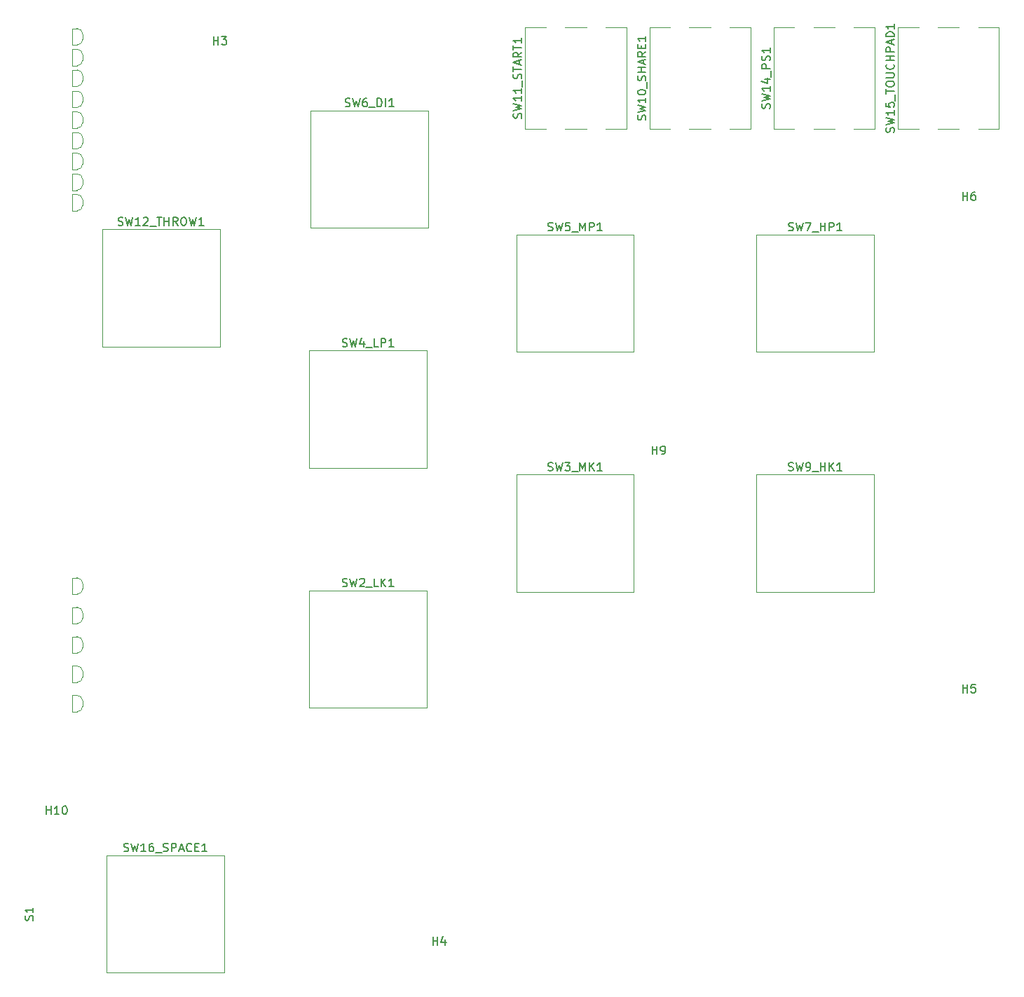
<source format=gbr>
%TF.GenerationSoftware,KiCad,Pcbnew,8.0.4*%
%TF.CreationDate,2024-07-23T17:58:48-07:00*%
%TF.ProjectId,2board_b,32626f61-7264-45f6-922e-6b696361645f,rev?*%
%TF.SameCoordinates,Original*%
%TF.FileFunction,Legend,Top*%
%TF.FilePolarity,Positive*%
%FSLAX46Y46*%
G04 Gerber Fmt 4.6, Leading zero omitted, Abs format (unit mm)*
G04 Created by KiCad (PCBNEW 8.0.4) date 2024-07-23 17:58:48*
%MOMM*%
%LPD*%
G01*
G04 APERTURE LIST*
%ADD10C,0.150000*%
%ADD11C,0.120000*%
G04 APERTURE END LIST*
D10*
X90038257Y-130771904D02*
X90085876Y-130629047D01*
X90085876Y-130629047D02*
X90085876Y-130390952D01*
X90085876Y-130390952D02*
X90038257Y-130295714D01*
X90038257Y-130295714D02*
X89990637Y-130248095D01*
X89990637Y-130248095D02*
X89895399Y-130200476D01*
X89895399Y-130200476D02*
X89800161Y-130200476D01*
X89800161Y-130200476D02*
X89704923Y-130248095D01*
X89704923Y-130248095D02*
X89657304Y-130295714D01*
X89657304Y-130295714D02*
X89609685Y-130390952D01*
X89609685Y-130390952D02*
X89562066Y-130581428D01*
X89562066Y-130581428D02*
X89514447Y-130676666D01*
X89514447Y-130676666D02*
X89466828Y-130724285D01*
X89466828Y-130724285D02*
X89371590Y-130771904D01*
X89371590Y-130771904D02*
X89276352Y-130771904D01*
X89276352Y-130771904D02*
X89181114Y-130724285D01*
X89181114Y-130724285D02*
X89133495Y-130676666D01*
X89133495Y-130676666D02*
X89085876Y-130581428D01*
X89085876Y-130581428D02*
X89085876Y-130343333D01*
X89085876Y-130343333D02*
X89133495Y-130200476D01*
X90085876Y-129248095D02*
X90085876Y-129819523D01*
X90085876Y-129533809D02*
X89085876Y-129533809D01*
X89085876Y-129533809D02*
X89228733Y-129629047D01*
X89228733Y-129629047D02*
X89323971Y-129724285D01*
X89323971Y-129724285D02*
X89371590Y-129819523D01*
X91636905Y-117954819D02*
X91636905Y-116954819D01*
X91636905Y-117431009D02*
X92208333Y-117431009D01*
X92208333Y-117954819D02*
X92208333Y-116954819D01*
X93208333Y-117954819D02*
X92636905Y-117954819D01*
X92922619Y-117954819D02*
X92922619Y-116954819D01*
X92922619Y-116954819D02*
X92827381Y-117097676D01*
X92827381Y-117097676D02*
X92732143Y-117192914D01*
X92732143Y-117192914D02*
X92636905Y-117240533D01*
X93827381Y-116954819D02*
X93922619Y-116954819D01*
X93922619Y-116954819D02*
X94017857Y-117002438D01*
X94017857Y-117002438D02*
X94065476Y-117050057D01*
X94065476Y-117050057D02*
X94113095Y-117145295D01*
X94113095Y-117145295D02*
X94160714Y-117335771D01*
X94160714Y-117335771D02*
X94160714Y-117573866D01*
X94160714Y-117573866D02*
X94113095Y-117764342D01*
X94113095Y-117764342D02*
X94065476Y-117859580D01*
X94065476Y-117859580D02*
X94017857Y-117907200D01*
X94017857Y-117907200D02*
X93922619Y-117954819D01*
X93922619Y-117954819D02*
X93827381Y-117954819D01*
X93827381Y-117954819D02*
X93732143Y-117907200D01*
X93732143Y-117907200D02*
X93684524Y-117859580D01*
X93684524Y-117859580D02*
X93636905Y-117764342D01*
X93636905Y-117764342D02*
X93589286Y-117573866D01*
X93589286Y-117573866D02*
X93589286Y-117335771D01*
X93589286Y-117335771D02*
X93636905Y-117145295D01*
X93636905Y-117145295D02*
X93684524Y-117050057D01*
X93684524Y-117050057D02*
X93732143Y-117002438D01*
X93732143Y-117002438D02*
X93827381Y-116954819D01*
X164863095Y-74454819D02*
X164863095Y-73454819D01*
X164863095Y-73931009D02*
X165434523Y-73931009D01*
X165434523Y-74454819D02*
X165434523Y-73454819D01*
X165958333Y-74454819D02*
X166148809Y-74454819D01*
X166148809Y-74454819D02*
X166244047Y-74407200D01*
X166244047Y-74407200D02*
X166291666Y-74359580D01*
X166291666Y-74359580D02*
X166386904Y-74216723D01*
X166386904Y-74216723D02*
X166434523Y-74026247D01*
X166434523Y-74026247D02*
X166434523Y-73645295D01*
X166434523Y-73645295D02*
X166386904Y-73550057D01*
X166386904Y-73550057D02*
X166339285Y-73502438D01*
X166339285Y-73502438D02*
X166244047Y-73454819D01*
X166244047Y-73454819D02*
X166053571Y-73454819D01*
X166053571Y-73454819D02*
X165958333Y-73502438D01*
X165958333Y-73502438D02*
X165910714Y-73550057D01*
X165910714Y-73550057D02*
X165863095Y-73645295D01*
X165863095Y-73645295D02*
X165863095Y-73883390D01*
X165863095Y-73883390D02*
X165910714Y-73978628D01*
X165910714Y-73978628D02*
X165958333Y-74026247D01*
X165958333Y-74026247D02*
X166053571Y-74073866D01*
X166053571Y-74073866D02*
X166244047Y-74073866D01*
X166244047Y-74073866D02*
X166339285Y-74026247D01*
X166339285Y-74026247D02*
X166386904Y-73978628D01*
X166386904Y-73978628D02*
X166434523Y-73883390D01*
X152267038Y-76407200D02*
X152409895Y-76454819D01*
X152409895Y-76454819D02*
X152647990Y-76454819D01*
X152647990Y-76454819D02*
X152743228Y-76407200D01*
X152743228Y-76407200D02*
X152790847Y-76359580D01*
X152790847Y-76359580D02*
X152838466Y-76264342D01*
X152838466Y-76264342D02*
X152838466Y-76169104D01*
X152838466Y-76169104D02*
X152790847Y-76073866D01*
X152790847Y-76073866D02*
X152743228Y-76026247D01*
X152743228Y-76026247D02*
X152647990Y-75978628D01*
X152647990Y-75978628D02*
X152457514Y-75931009D01*
X152457514Y-75931009D02*
X152362276Y-75883390D01*
X152362276Y-75883390D02*
X152314657Y-75835771D01*
X152314657Y-75835771D02*
X152267038Y-75740533D01*
X152267038Y-75740533D02*
X152267038Y-75645295D01*
X152267038Y-75645295D02*
X152314657Y-75550057D01*
X152314657Y-75550057D02*
X152362276Y-75502438D01*
X152362276Y-75502438D02*
X152457514Y-75454819D01*
X152457514Y-75454819D02*
X152695609Y-75454819D01*
X152695609Y-75454819D02*
X152838466Y-75502438D01*
X153171800Y-75454819D02*
X153409895Y-76454819D01*
X153409895Y-76454819D02*
X153600371Y-75740533D01*
X153600371Y-75740533D02*
X153790847Y-76454819D01*
X153790847Y-76454819D02*
X154028943Y-75454819D01*
X154314657Y-75454819D02*
X154933704Y-75454819D01*
X154933704Y-75454819D02*
X154600371Y-75835771D01*
X154600371Y-75835771D02*
X154743228Y-75835771D01*
X154743228Y-75835771D02*
X154838466Y-75883390D01*
X154838466Y-75883390D02*
X154886085Y-75931009D01*
X154886085Y-75931009D02*
X154933704Y-76026247D01*
X154933704Y-76026247D02*
X154933704Y-76264342D01*
X154933704Y-76264342D02*
X154886085Y-76359580D01*
X154886085Y-76359580D02*
X154838466Y-76407200D01*
X154838466Y-76407200D02*
X154743228Y-76454819D01*
X154743228Y-76454819D02*
X154457514Y-76454819D01*
X154457514Y-76454819D02*
X154362276Y-76407200D01*
X154362276Y-76407200D02*
X154314657Y-76359580D01*
X155124181Y-76550057D02*
X155886085Y-76550057D01*
X156124181Y-76454819D02*
X156124181Y-75454819D01*
X156124181Y-75454819D02*
X156457514Y-76169104D01*
X156457514Y-76169104D02*
X156790847Y-75454819D01*
X156790847Y-75454819D02*
X156790847Y-76454819D01*
X157267038Y-76454819D02*
X157267038Y-75454819D01*
X157838466Y-76454819D02*
X157409895Y-75883390D01*
X157838466Y-75454819D02*
X157267038Y-76026247D01*
X158790847Y-76454819D02*
X158219419Y-76454819D01*
X158505133Y-76454819D02*
X158505133Y-75454819D01*
X158505133Y-75454819D02*
X158409895Y-75597676D01*
X158409895Y-75597676D02*
X158314657Y-75692914D01*
X158314657Y-75692914D02*
X158219419Y-75740533D01*
X138363095Y-133754819D02*
X138363095Y-132754819D01*
X138363095Y-133231009D02*
X138934523Y-133231009D01*
X138934523Y-133754819D02*
X138934523Y-132754819D01*
X139839285Y-133088152D02*
X139839285Y-133754819D01*
X139601190Y-132707200D02*
X139363095Y-133421485D01*
X139363095Y-133421485D02*
X139982142Y-133421485D01*
X127433705Y-61407200D02*
X127576562Y-61454819D01*
X127576562Y-61454819D02*
X127814657Y-61454819D01*
X127814657Y-61454819D02*
X127909895Y-61407200D01*
X127909895Y-61407200D02*
X127957514Y-61359580D01*
X127957514Y-61359580D02*
X128005133Y-61264342D01*
X128005133Y-61264342D02*
X128005133Y-61169104D01*
X128005133Y-61169104D02*
X127957514Y-61073866D01*
X127957514Y-61073866D02*
X127909895Y-61026247D01*
X127909895Y-61026247D02*
X127814657Y-60978628D01*
X127814657Y-60978628D02*
X127624181Y-60931009D01*
X127624181Y-60931009D02*
X127528943Y-60883390D01*
X127528943Y-60883390D02*
X127481324Y-60835771D01*
X127481324Y-60835771D02*
X127433705Y-60740533D01*
X127433705Y-60740533D02*
X127433705Y-60645295D01*
X127433705Y-60645295D02*
X127481324Y-60550057D01*
X127481324Y-60550057D02*
X127528943Y-60502438D01*
X127528943Y-60502438D02*
X127624181Y-60454819D01*
X127624181Y-60454819D02*
X127862276Y-60454819D01*
X127862276Y-60454819D02*
X128005133Y-60502438D01*
X128338467Y-60454819D02*
X128576562Y-61454819D01*
X128576562Y-61454819D02*
X128767038Y-60740533D01*
X128767038Y-60740533D02*
X128957514Y-61454819D01*
X128957514Y-61454819D02*
X129195610Y-60454819D01*
X130005133Y-60788152D02*
X130005133Y-61454819D01*
X129767038Y-60407200D02*
X129528943Y-61121485D01*
X129528943Y-61121485D02*
X130147990Y-61121485D01*
X130290848Y-61550057D02*
X131052752Y-61550057D01*
X131767038Y-61454819D02*
X131290848Y-61454819D01*
X131290848Y-61454819D02*
X131290848Y-60454819D01*
X132100372Y-61454819D02*
X132100372Y-60454819D01*
X132100372Y-60454819D02*
X132481324Y-60454819D01*
X132481324Y-60454819D02*
X132576562Y-60502438D01*
X132576562Y-60502438D02*
X132624181Y-60550057D01*
X132624181Y-60550057D02*
X132671800Y-60645295D01*
X132671800Y-60645295D02*
X132671800Y-60788152D01*
X132671800Y-60788152D02*
X132624181Y-60883390D01*
X132624181Y-60883390D02*
X132576562Y-60931009D01*
X132576562Y-60931009D02*
X132481324Y-60978628D01*
X132481324Y-60978628D02*
X132100372Y-60978628D01*
X133624181Y-61454819D02*
X133052753Y-61454819D01*
X133338467Y-61454819D02*
X133338467Y-60454819D01*
X133338467Y-60454819D02*
X133243229Y-60597676D01*
X133243229Y-60597676D02*
X133147991Y-60692914D01*
X133147991Y-60692914D02*
X133052753Y-60740533D01*
X111863095Y-24954819D02*
X111863095Y-23954819D01*
X111863095Y-24431009D02*
X112434523Y-24431009D01*
X112434523Y-24954819D02*
X112434523Y-23954819D01*
X112815476Y-23954819D02*
X113434523Y-23954819D01*
X113434523Y-23954819D02*
X113101190Y-24335771D01*
X113101190Y-24335771D02*
X113244047Y-24335771D01*
X113244047Y-24335771D02*
X113339285Y-24383390D01*
X113339285Y-24383390D02*
X113386904Y-24431009D01*
X113386904Y-24431009D02*
X113434523Y-24526247D01*
X113434523Y-24526247D02*
X113434523Y-24764342D01*
X113434523Y-24764342D02*
X113386904Y-24859580D01*
X113386904Y-24859580D02*
X113339285Y-24907200D01*
X113339285Y-24907200D02*
X113244047Y-24954819D01*
X113244047Y-24954819D02*
X112958333Y-24954819D01*
X112958333Y-24954819D02*
X112863095Y-24907200D01*
X112863095Y-24907200D02*
X112815476Y-24859580D01*
X127780686Y-32407761D02*
X127923543Y-32455380D01*
X127923543Y-32455380D02*
X128161638Y-32455380D01*
X128161638Y-32455380D02*
X128256876Y-32407761D01*
X128256876Y-32407761D02*
X128304495Y-32360141D01*
X128304495Y-32360141D02*
X128352114Y-32264903D01*
X128352114Y-32264903D02*
X128352114Y-32169665D01*
X128352114Y-32169665D02*
X128304495Y-32074427D01*
X128304495Y-32074427D02*
X128256876Y-32026808D01*
X128256876Y-32026808D02*
X128161638Y-31979189D01*
X128161638Y-31979189D02*
X127971162Y-31931570D01*
X127971162Y-31931570D02*
X127875924Y-31883951D01*
X127875924Y-31883951D02*
X127828305Y-31836332D01*
X127828305Y-31836332D02*
X127780686Y-31741094D01*
X127780686Y-31741094D02*
X127780686Y-31645856D01*
X127780686Y-31645856D02*
X127828305Y-31550618D01*
X127828305Y-31550618D02*
X127875924Y-31502999D01*
X127875924Y-31502999D02*
X127971162Y-31455380D01*
X127971162Y-31455380D02*
X128209257Y-31455380D01*
X128209257Y-31455380D02*
X128352114Y-31502999D01*
X128685448Y-31455380D02*
X128923543Y-32455380D01*
X128923543Y-32455380D02*
X129114019Y-31741094D01*
X129114019Y-31741094D02*
X129304495Y-32455380D01*
X129304495Y-32455380D02*
X129542591Y-31455380D01*
X130352114Y-31455380D02*
X130161638Y-31455380D01*
X130161638Y-31455380D02*
X130066400Y-31502999D01*
X130066400Y-31502999D02*
X130018781Y-31550618D01*
X130018781Y-31550618D02*
X129923543Y-31693475D01*
X129923543Y-31693475D02*
X129875924Y-31883951D01*
X129875924Y-31883951D02*
X129875924Y-32264903D01*
X129875924Y-32264903D02*
X129923543Y-32360141D01*
X129923543Y-32360141D02*
X129971162Y-32407761D01*
X129971162Y-32407761D02*
X130066400Y-32455380D01*
X130066400Y-32455380D02*
X130256876Y-32455380D01*
X130256876Y-32455380D02*
X130352114Y-32407761D01*
X130352114Y-32407761D02*
X130399733Y-32360141D01*
X130399733Y-32360141D02*
X130447352Y-32264903D01*
X130447352Y-32264903D02*
X130447352Y-32026808D01*
X130447352Y-32026808D02*
X130399733Y-31931570D01*
X130399733Y-31931570D02*
X130352114Y-31883951D01*
X130352114Y-31883951D02*
X130256876Y-31836332D01*
X130256876Y-31836332D02*
X130066400Y-31836332D01*
X130066400Y-31836332D02*
X129971162Y-31883951D01*
X129971162Y-31883951D02*
X129923543Y-31931570D01*
X129923543Y-31931570D02*
X129875924Y-32026808D01*
X130637829Y-32550618D02*
X131399733Y-32550618D01*
X131637829Y-32455380D02*
X131637829Y-31455380D01*
X131637829Y-31455380D02*
X131875924Y-31455380D01*
X131875924Y-31455380D02*
X132018781Y-31502999D01*
X132018781Y-31502999D02*
X132114019Y-31598237D01*
X132114019Y-31598237D02*
X132161638Y-31693475D01*
X132161638Y-31693475D02*
X132209257Y-31883951D01*
X132209257Y-31883951D02*
X132209257Y-32026808D01*
X132209257Y-32026808D02*
X132161638Y-32217284D01*
X132161638Y-32217284D02*
X132114019Y-32312522D01*
X132114019Y-32312522D02*
X132018781Y-32407761D01*
X132018781Y-32407761D02*
X131875924Y-32455380D01*
X131875924Y-32455380D02*
X131637829Y-32455380D01*
X132637829Y-32455380D02*
X132637829Y-31455380D01*
X133637828Y-32455380D02*
X133066400Y-32455380D01*
X133352114Y-32455380D02*
X133352114Y-31455380D01*
X133352114Y-31455380D02*
X133256876Y-31598237D01*
X133256876Y-31598237D02*
X133161638Y-31693475D01*
X133161638Y-31693475D02*
X133066400Y-31741094D01*
X149032200Y-33833333D02*
X149079819Y-33690476D01*
X149079819Y-33690476D02*
X149079819Y-33452381D01*
X149079819Y-33452381D02*
X149032200Y-33357143D01*
X149032200Y-33357143D02*
X148984580Y-33309524D01*
X148984580Y-33309524D02*
X148889342Y-33261905D01*
X148889342Y-33261905D02*
X148794104Y-33261905D01*
X148794104Y-33261905D02*
X148698866Y-33309524D01*
X148698866Y-33309524D02*
X148651247Y-33357143D01*
X148651247Y-33357143D02*
X148603628Y-33452381D01*
X148603628Y-33452381D02*
X148556009Y-33642857D01*
X148556009Y-33642857D02*
X148508390Y-33738095D01*
X148508390Y-33738095D02*
X148460771Y-33785714D01*
X148460771Y-33785714D02*
X148365533Y-33833333D01*
X148365533Y-33833333D02*
X148270295Y-33833333D01*
X148270295Y-33833333D02*
X148175057Y-33785714D01*
X148175057Y-33785714D02*
X148127438Y-33738095D01*
X148127438Y-33738095D02*
X148079819Y-33642857D01*
X148079819Y-33642857D02*
X148079819Y-33404762D01*
X148079819Y-33404762D02*
X148127438Y-33261905D01*
X148079819Y-32928571D02*
X149079819Y-32690476D01*
X149079819Y-32690476D02*
X148365533Y-32500000D01*
X148365533Y-32500000D02*
X149079819Y-32309524D01*
X149079819Y-32309524D02*
X148079819Y-32071429D01*
X149079819Y-31166667D02*
X149079819Y-31738095D01*
X149079819Y-31452381D02*
X148079819Y-31452381D01*
X148079819Y-31452381D02*
X148222676Y-31547619D01*
X148222676Y-31547619D02*
X148317914Y-31642857D01*
X148317914Y-31642857D02*
X148365533Y-31738095D01*
X149079819Y-30214286D02*
X149079819Y-30785714D01*
X149079819Y-30500000D02*
X148079819Y-30500000D01*
X148079819Y-30500000D02*
X148222676Y-30595238D01*
X148222676Y-30595238D02*
X148317914Y-30690476D01*
X148317914Y-30690476D02*
X148365533Y-30785714D01*
X149175057Y-30023810D02*
X149175057Y-29261905D01*
X149032200Y-29071428D02*
X149079819Y-28928571D01*
X149079819Y-28928571D02*
X149079819Y-28690476D01*
X149079819Y-28690476D02*
X149032200Y-28595238D01*
X149032200Y-28595238D02*
X148984580Y-28547619D01*
X148984580Y-28547619D02*
X148889342Y-28500000D01*
X148889342Y-28500000D02*
X148794104Y-28500000D01*
X148794104Y-28500000D02*
X148698866Y-28547619D01*
X148698866Y-28547619D02*
X148651247Y-28595238D01*
X148651247Y-28595238D02*
X148603628Y-28690476D01*
X148603628Y-28690476D02*
X148556009Y-28880952D01*
X148556009Y-28880952D02*
X148508390Y-28976190D01*
X148508390Y-28976190D02*
X148460771Y-29023809D01*
X148460771Y-29023809D02*
X148365533Y-29071428D01*
X148365533Y-29071428D02*
X148270295Y-29071428D01*
X148270295Y-29071428D02*
X148175057Y-29023809D01*
X148175057Y-29023809D02*
X148127438Y-28976190D01*
X148127438Y-28976190D02*
X148079819Y-28880952D01*
X148079819Y-28880952D02*
X148079819Y-28642857D01*
X148079819Y-28642857D02*
X148127438Y-28500000D01*
X148079819Y-28214285D02*
X148079819Y-27642857D01*
X149079819Y-27928571D02*
X148079819Y-27928571D01*
X148794104Y-27357142D02*
X148794104Y-26880952D01*
X149079819Y-27452380D02*
X148079819Y-27119047D01*
X148079819Y-27119047D02*
X149079819Y-26785714D01*
X149079819Y-25880952D02*
X148603628Y-26214285D01*
X149079819Y-26452380D02*
X148079819Y-26452380D01*
X148079819Y-26452380D02*
X148079819Y-26071428D01*
X148079819Y-26071428D02*
X148127438Y-25976190D01*
X148127438Y-25976190D02*
X148175057Y-25928571D01*
X148175057Y-25928571D02*
X148270295Y-25880952D01*
X148270295Y-25880952D02*
X148413152Y-25880952D01*
X148413152Y-25880952D02*
X148508390Y-25928571D01*
X148508390Y-25928571D02*
X148556009Y-25976190D01*
X148556009Y-25976190D02*
X148603628Y-26071428D01*
X148603628Y-26071428D02*
X148603628Y-26452380D01*
X148079819Y-25595237D02*
X148079819Y-25023809D01*
X149079819Y-25309523D02*
X148079819Y-25309523D01*
X149079819Y-24166666D02*
X149079819Y-24738094D01*
X149079819Y-24452380D02*
X148079819Y-24452380D01*
X148079819Y-24452380D02*
X148222676Y-24547618D01*
X148222676Y-24547618D02*
X148317914Y-24642856D01*
X148317914Y-24642856D02*
X148365533Y-24738094D01*
X194032200Y-35547618D02*
X194079819Y-35404761D01*
X194079819Y-35404761D02*
X194079819Y-35166666D01*
X194079819Y-35166666D02*
X194032200Y-35071428D01*
X194032200Y-35071428D02*
X193984580Y-35023809D01*
X193984580Y-35023809D02*
X193889342Y-34976190D01*
X193889342Y-34976190D02*
X193794104Y-34976190D01*
X193794104Y-34976190D02*
X193698866Y-35023809D01*
X193698866Y-35023809D02*
X193651247Y-35071428D01*
X193651247Y-35071428D02*
X193603628Y-35166666D01*
X193603628Y-35166666D02*
X193556009Y-35357142D01*
X193556009Y-35357142D02*
X193508390Y-35452380D01*
X193508390Y-35452380D02*
X193460771Y-35499999D01*
X193460771Y-35499999D02*
X193365533Y-35547618D01*
X193365533Y-35547618D02*
X193270295Y-35547618D01*
X193270295Y-35547618D02*
X193175057Y-35499999D01*
X193175057Y-35499999D02*
X193127438Y-35452380D01*
X193127438Y-35452380D02*
X193079819Y-35357142D01*
X193079819Y-35357142D02*
X193079819Y-35119047D01*
X193079819Y-35119047D02*
X193127438Y-34976190D01*
X193079819Y-34642856D02*
X194079819Y-34404761D01*
X194079819Y-34404761D02*
X193365533Y-34214285D01*
X193365533Y-34214285D02*
X194079819Y-34023809D01*
X194079819Y-34023809D02*
X193079819Y-33785714D01*
X194079819Y-32880952D02*
X194079819Y-33452380D01*
X194079819Y-33166666D02*
X193079819Y-33166666D01*
X193079819Y-33166666D02*
X193222676Y-33261904D01*
X193222676Y-33261904D02*
X193317914Y-33357142D01*
X193317914Y-33357142D02*
X193365533Y-33452380D01*
X193079819Y-31976190D02*
X193079819Y-32452380D01*
X193079819Y-32452380D02*
X193556009Y-32499999D01*
X193556009Y-32499999D02*
X193508390Y-32452380D01*
X193508390Y-32452380D02*
X193460771Y-32357142D01*
X193460771Y-32357142D02*
X193460771Y-32119047D01*
X193460771Y-32119047D02*
X193508390Y-32023809D01*
X193508390Y-32023809D02*
X193556009Y-31976190D01*
X193556009Y-31976190D02*
X193651247Y-31928571D01*
X193651247Y-31928571D02*
X193889342Y-31928571D01*
X193889342Y-31928571D02*
X193984580Y-31976190D01*
X193984580Y-31976190D02*
X194032200Y-32023809D01*
X194032200Y-32023809D02*
X194079819Y-32119047D01*
X194079819Y-32119047D02*
X194079819Y-32357142D01*
X194079819Y-32357142D02*
X194032200Y-32452380D01*
X194032200Y-32452380D02*
X193984580Y-32499999D01*
X194175057Y-31738095D02*
X194175057Y-30976190D01*
X193079819Y-30880951D02*
X193079819Y-30309523D01*
X194079819Y-30595237D02*
X193079819Y-30595237D01*
X193079819Y-29785713D02*
X193079819Y-29595237D01*
X193079819Y-29595237D02*
X193127438Y-29499999D01*
X193127438Y-29499999D02*
X193222676Y-29404761D01*
X193222676Y-29404761D02*
X193413152Y-29357142D01*
X193413152Y-29357142D02*
X193746485Y-29357142D01*
X193746485Y-29357142D02*
X193936961Y-29404761D01*
X193936961Y-29404761D02*
X194032200Y-29499999D01*
X194032200Y-29499999D02*
X194079819Y-29595237D01*
X194079819Y-29595237D02*
X194079819Y-29785713D01*
X194079819Y-29785713D02*
X194032200Y-29880951D01*
X194032200Y-29880951D02*
X193936961Y-29976189D01*
X193936961Y-29976189D02*
X193746485Y-30023808D01*
X193746485Y-30023808D02*
X193413152Y-30023808D01*
X193413152Y-30023808D02*
X193222676Y-29976189D01*
X193222676Y-29976189D02*
X193127438Y-29880951D01*
X193127438Y-29880951D02*
X193079819Y-29785713D01*
X193079819Y-28928570D02*
X193889342Y-28928570D01*
X193889342Y-28928570D02*
X193984580Y-28880951D01*
X193984580Y-28880951D02*
X194032200Y-28833332D01*
X194032200Y-28833332D02*
X194079819Y-28738094D01*
X194079819Y-28738094D02*
X194079819Y-28547618D01*
X194079819Y-28547618D02*
X194032200Y-28452380D01*
X194032200Y-28452380D02*
X193984580Y-28404761D01*
X193984580Y-28404761D02*
X193889342Y-28357142D01*
X193889342Y-28357142D02*
X193079819Y-28357142D01*
X193984580Y-27309523D02*
X194032200Y-27357142D01*
X194032200Y-27357142D02*
X194079819Y-27499999D01*
X194079819Y-27499999D02*
X194079819Y-27595237D01*
X194079819Y-27595237D02*
X194032200Y-27738094D01*
X194032200Y-27738094D02*
X193936961Y-27833332D01*
X193936961Y-27833332D02*
X193841723Y-27880951D01*
X193841723Y-27880951D02*
X193651247Y-27928570D01*
X193651247Y-27928570D02*
X193508390Y-27928570D01*
X193508390Y-27928570D02*
X193317914Y-27880951D01*
X193317914Y-27880951D02*
X193222676Y-27833332D01*
X193222676Y-27833332D02*
X193127438Y-27738094D01*
X193127438Y-27738094D02*
X193079819Y-27595237D01*
X193079819Y-27595237D02*
X193079819Y-27499999D01*
X193079819Y-27499999D02*
X193127438Y-27357142D01*
X193127438Y-27357142D02*
X193175057Y-27309523D01*
X194079819Y-26880951D02*
X193079819Y-26880951D01*
X193556009Y-26880951D02*
X193556009Y-26309523D01*
X194079819Y-26309523D02*
X193079819Y-26309523D01*
X194079819Y-25833332D02*
X193079819Y-25833332D01*
X193079819Y-25833332D02*
X193079819Y-25452380D01*
X193079819Y-25452380D02*
X193127438Y-25357142D01*
X193127438Y-25357142D02*
X193175057Y-25309523D01*
X193175057Y-25309523D02*
X193270295Y-25261904D01*
X193270295Y-25261904D02*
X193413152Y-25261904D01*
X193413152Y-25261904D02*
X193508390Y-25309523D01*
X193508390Y-25309523D02*
X193556009Y-25357142D01*
X193556009Y-25357142D02*
X193603628Y-25452380D01*
X193603628Y-25452380D02*
X193603628Y-25833332D01*
X193794104Y-24880951D02*
X193794104Y-24404761D01*
X194079819Y-24976189D02*
X193079819Y-24642856D01*
X193079819Y-24642856D02*
X194079819Y-24309523D01*
X194079819Y-23976189D02*
X193079819Y-23976189D01*
X193079819Y-23976189D02*
X193079819Y-23738094D01*
X193079819Y-23738094D02*
X193127438Y-23595237D01*
X193127438Y-23595237D02*
X193222676Y-23499999D01*
X193222676Y-23499999D02*
X193317914Y-23452380D01*
X193317914Y-23452380D02*
X193508390Y-23404761D01*
X193508390Y-23404761D02*
X193651247Y-23404761D01*
X193651247Y-23404761D02*
X193841723Y-23452380D01*
X193841723Y-23452380D02*
X193936961Y-23499999D01*
X193936961Y-23499999D02*
X194032200Y-23595237D01*
X194032200Y-23595237D02*
X194079819Y-23738094D01*
X194079819Y-23738094D02*
X194079819Y-23976189D01*
X194079819Y-22452380D02*
X194079819Y-23023808D01*
X194079819Y-22738094D02*
X193079819Y-22738094D01*
X193079819Y-22738094D02*
X193222676Y-22833332D01*
X193222676Y-22833332D02*
X193317914Y-22928570D01*
X193317914Y-22928570D02*
X193365533Y-23023808D01*
X152267038Y-47407200D02*
X152409895Y-47454819D01*
X152409895Y-47454819D02*
X152647990Y-47454819D01*
X152647990Y-47454819D02*
X152743228Y-47407200D01*
X152743228Y-47407200D02*
X152790847Y-47359580D01*
X152790847Y-47359580D02*
X152838466Y-47264342D01*
X152838466Y-47264342D02*
X152838466Y-47169104D01*
X152838466Y-47169104D02*
X152790847Y-47073866D01*
X152790847Y-47073866D02*
X152743228Y-47026247D01*
X152743228Y-47026247D02*
X152647990Y-46978628D01*
X152647990Y-46978628D02*
X152457514Y-46931009D01*
X152457514Y-46931009D02*
X152362276Y-46883390D01*
X152362276Y-46883390D02*
X152314657Y-46835771D01*
X152314657Y-46835771D02*
X152267038Y-46740533D01*
X152267038Y-46740533D02*
X152267038Y-46645295D01*
X152267038Y-46645295D02*
X152314657Y-46550057D01*
X152314657Y-46550057D02*
X152362276Y-46502438D01*
X152362276Y-46502438D02*
X152457514Y-46454819D01*
X152457514Y-46454819D02*
X152695609Y-46454819D01*
X152695609Y-46454819D02*
X152838466Y-46502438D01*
X153171800Y-46454819D02*
X153409895Y-47454819D01*
X153409895Y-47454819D02*
X153600371Y-46740533D01*
X153600371Y-46740533D02*
X153790847Y-47454819D01*
X153790847Y-47454819D02*
X154028943Y-46454819D01*
X154886085Y-46454819D02*
X154409895Y-46454819D01*
X154409895Y-46454819D02*
X154362276Y-46931009D01*
X154362276Y-46931009D02*
X154409895Y-46883390D01*
X154409895Y-46883390D02*
X154505133Y-46835771D01*
X154505133Y-46835771D02*
X154743228Y-46835771D01*
X154743228Y-46835771D02*
X154838466Y-46883390D01*
X154838466Y-46883390D02*
X154886085Y-46931009D01*
X154886085Y-46931009D02*
X154933704Y-47026247D01*
X154933704Y-47026247D02*
X154933704Y-47264342D01*
X154933704Y-47264342D02*
X154886085Y-47359580D01*
X154886085Y-47359580D02*
X154838466Y-47407200D01*
X154838466Y-47407200D02*
X154743228Y-47454819D01*
X154743228Y-47454819D02*
X154505133Y-47454819D01*
X154505133Y-47454819D02*
X154409895Y-47407200D01*
X154409895Y-47407200D02*
X154362276Y-47359580D01*
X155124181Y-47550057D02*
X155886085Y-47550057D01*
X156124181Y-47454819D02*
X156124181Y-46454819D01*
X156124181Y-46454819D02*
X156457514Y-47169104D01*
X156457514Y-47169104D02*
X156790847Y-46454819D01*
X156790847Y-46454819D02*
X156790847Y-47454819D01*
X157267038Y-47454819D02*
X157267038Y-46454819D01*
X157267038Y-46454819D02*
X157647990Y-46454819D01*
X157647990Y-46454819D02*
X157743228Y-46502438D01*
X157743228Y-46502438D02*
X157790847Y-46550057D01*
X157790847Y-46550057D02*
X157838466Y-46645295D01*
X157838466Y-46645295D02*
X157838466Y-46788152D01*
X157838466Y-46788152D02*
X157790847Y-46883390D01*
X157790847Y-46883390D02*
X157743228Y-46931009D01*
X157743228Y-46931009D02*
X157647990Y-46978628D01*
X157647990Y-46978628D02*
X157267038Y-46978628D01*
X158790847Y-47454819D02*
X158219419Y-47454819D01*
X158505133Y-47454819D02*
X158505133Y-46454819D01*
X158505133Y-46454819D02*
X158409895Y-46597676D01*
X158409895Y-46597676D02*
X158314657Y-46692914D01*
X158314657Y-46692914D02*
X158219419Y-46740533D01*
X179032200Y-32642856D02*
X179079819Y-32499999D01*
X179079819Y-32499999D02*
X179079819Y-32261904D01*
X179079819Y-32261904D02*
X179032200Y-32166666D01*
X179032200Y-32166666D02*
X178984580Y-32119047D01*
X178984580Y-32119047D02*
X178889342Y-32071428D01*
X178889342Y-32071428D02*
X178794104Y-32071428D01*
X178794104Y-32071428D02*
X178698866Y-32119047D01*
X178698866Y-32119047D02*
X178651247Y-32166666D01*
X178651247Y-32166666D02*
X178603628Y-32261904D01*
X178603628Y-32261904D02*
X178556009Y-32452380D01*
X178556009Y-32452380D02*
X178508390Y-32547618D01*
X178508390Y-32547618D02*
X178460771Y-32595237D01*
X178460771Y-32595237D02*
X178365533Y-32642856D01*
X178365533Y-32642856D02*
X178270295Y-32642856D01*
X178270295Y-32642856D02*
X178175057Y-32595237D01*
X178175057Y-32595237D02*
X178127438Y-32547618D01*
X178127438Y-32547618D02*
X178079819Y-32452380D01*
X178079819Y-32452380D02*
X178079819Y-32214285D01*
X178079819Y-32214285D02*
X178127438Y-32071428D01*
X178079819Y-31738094D02*
X179079819Y-31499999D01*
X179079819Y-31499999D02*
X178365533Y-31309523D01*
X178365533Y-31309523D02*
X179079819Y-31119047D01*
X179079819Y-31119047D02*
X178079819Y-30880952D01*
X179079819Y-29976190D02*
X179079819Y-30547618D01*
X179079819Y-30261904D02*
X178079819Y-30261904D01*
X178079819Y-30261904D02*
X178222676Y-30357142D01*
X178222676Y-30357142D02*
X178317914Y-30452380D01*
X178317914Y-30452380D02*
X178365533Y-30547618D01*
X178413152Y-29119047D02*
X179079819Y-29119047D01*
X178032200Y-29357142D02*
X178746485Y-29595237D01*
X178746485Y-29595237D02*
X178746485Y-28976190D01*
X179175057Y-28833333D02*
X179175057Y-28071428D01*
X179079819Y-27833332D02*
X178079819Y-27833332D01*
X178079819Y-27833332D02*
X178079819Y-27452380D01*
X178079819Y-27452380D02*
X178127438Y-27357142D01*
X178127438Y-27357142D02*
X178175057Y-27309523D01*
X178175057Y-27309523D02*
X178270295Y-27261904D01*
X178270295Y-27261904D02*
X178413152Y-27261904D01*
X178413152Y-27261904D02*
X178508390Y-27309523D01*
X178508390Y-27309523D02*
X178556009Y-27357142D01*
X178556009Y-27357142D02*
X178603628Y-27452380D01*
X178603628Y-27452380D02*
X178603628Y-27833332D01*
X179032200Y-26880951D02*
X179079819Y-26738094D01*
X179079819Y-26738094D02*
X179079819Y-26499999D01*
X179079819Y-26499999D02*
X179032200Y-26404761D01*
X179032200Y-26404761D02*
X178984580Y-26357142D01*
X178984580Y-26357142D02*
X178889342Y-26309523D01*
X178889342Y-26309523D02*
X178794104Y-26309523D01*
X178794104Y-26309523D02*
X178698866Y-26357142D01*
X178698866Y-26357142D02*
X178651247Y-26404761D01*
X178651247Y-26404761D02*
X178603628Y-26499999D01*
X178603628Y-26499999D02*
X178556009Y-26690475D01*
X178556009Y-26690475D02*
X178508390Y-26785713D01*
X178508390Y-26785713D02*
X178460771Y-26833332D01*
X178460771Y-26833332D02*
X178365533Y-26880951D01*
X178365533Y-26880951D02*
X178270295Y-26880951D01*
X178270295Y-26880951D02*
X178175057Y-26833332D01*
X178175057Y-26833332D02*
X178127438Y-26785713D01*
X178127438Y-26785713D02*
X178079819Y-26690475D01*
X178079819Y-26690475D02*
X178079819Y-26452380D01*
X178079819Y-26452380D02*
X178127438Y-26309523D01*
X179079819Y-25357142D02*
X179079819Y-25928570D01*
X179079819Y-25642856D02*
X178079819Y-25642856D01*
X178079819Y-25642856D02*
X178222676Y-25738094D01*
X178222676Y-25738094D02*
X178317914Y-25833332D01*
X178317914Y-25833332D02*
X178365533Y-25928570D01*
X127433705Y-90407200D02*
X127576562Y-90454819D01*
X127576562Y-90454819D02*
X127814657Y-90454819D01*
X127814657Y-90454819D02*
X127909895Y-90407200D01*
X127909895Y-90407200D02*
X127957514Y-90359580D01*
X127957514Y-90359580D02*
X128005133Y-90264342D01*
X128005133Y-90264342D02*
X128005133Y-90169104D01*
X128005133Y-90169104D02*
X127957514Y-90073866D01*
X127957514Y-90073866D02*
X127909895Y-90026247D01*
X127909895Y-90026247D02*
X127814657Y-89978628D01*
X127814657Y-89978628D02*
X127624181Y-89931009D01*
X127624181Y-89931009D02*
X127528943Y-89883390D01*
X127528943Y-89883390D02*
X127481324Y-89835771D01*
X127481324Y-89835771D02*
X127433705Y-89740533D01*
X127433705Y-89740533D02*
X127433705Y-89645295D01*
X127433705Y-89645295D02*
X127481324Y-89550057D01*
X127481324Y-89550057D02*
X127528943Y-89502438D01*
X127528943Y-89502438D02*
X127624181Y-89454819D01*
X127624181Y-89454819D02*
X127862276Y-89454819D01*
X127862276Y-89454819D02*
X128005133Y-89502438D01*
X128338467Y-89454819D02*
X128576562Y-90454819D01*
X128576562Y-90454819D02*
X128767038Y-89740533D01*
X128767038Y-89740533D02*
X128957514Y-90454819D01*
X128957514Y-90454819D02*
X129195610Y-89454819D01*
X129528943Y-89550057D02*
X129576562Y-89502438D01*
X129576562Y-89502438D02*
X129671800Y-89454819D01*
X129671800Y-89454819D02*
X129909895Y-89454819D01*
X129909895Y-89454819D02*
X130005133Y-89502438D01*
X130005133Y-89502438D02*
X130052752Y-89550057D01*
X130052752Y-89550057D02*
X130100371Y-89645295D01*
X130100371Y-89645295D02*
X130100371Y-89740533D01*
X130100371Y-89740533D02*
X130052752Y-89883390D01*
X130052752Y-89883390D02*
X129481324Y-90454819D01*
X129481324Y-90454819D02*
X130100371Y-90454819D01*
X130290848Y-90550057D02*
X131052752Y-90550057D01*
X131767038Y-90454819D02*
X131290848Y-90454819D01*
X131290848Y-90454819D02*
X131290848Y-89454819D01*
X132100372Y-90454819D02*
X132100372Y-89454819D01*
X132671800Y-90454819D02*
X132243229Y-89883390D01*
X132671800Y-89454819D02*
X132100372Y-90026247D01*
X133624181Y-90454819D02*
X133052753Y-90454819D01*
X133338467Y-90454819D02*
X133338467Y-89454819D01*
X133338467Y-89454819D02*
X133243229Y-89597676D01*
X133243229Y-89597676D02*
X133147991Y-89692914D01*
X133147991Y-89692914D02*
X133052753Y-89740533D01*
X181314657Y-76407200D02*
X181457514Y-76454819D01*
X181457514Y-76454819D02*
X181695609Y-76454819D01*
X181695609Y-76454819D02*
X181790847Y-76407200D01*
X181790847Y-76407200D02*
X181838466Y-76359580D01*
X181838466Y-76359580D02*
X181886085Y-76264342D01*
X181886085Y-76264342D02*
X181886085Y-76169104D01*
X181886085Y-76169104D02*
X181838466Y-76073866D01*
X181838466Y-76073866D02*
X181790847Y-76026247D01*
X181790847Y-76026247D02*
X181695609Y-75978628D01*
X181695609Y-75978628D02*
X181505133Y-75931009D01*
X181505133Y-75931009D02*
X181409895Y-75883390D01*
X181409895Y-75883390D02*
X181362276Y-75835771D01*
X181362276Y-75835771D02*
X181314657Y-75740533D01*
X181314657Y-75740533D02*
X181314657Y-75645295D01*
X181314657Y-75645295D02*
X181362276Y-75550057D01*
X181362276Y-75550057D02*
X181409895Y-75502438D01*
X181409895Y-75502438D02*
X181505133Y-75454819D01*
X181505133Y-75454819D02*
X181743228Y-75454819D01*
X181743228Y-75454819D02*
X181886085Y-75502438D01*
X182219419Y-75454819D02*
X182457514Y-76454819D01*
X182457514Y-76454819D02*
X182647990Y-75740533D01*
X182647990Y-75740533D02*
X182838466Y-76454819D01*
X182838466Y-76454819D02*
X183076562Y-75454819D01*
X183505133Y-76454819D02*
X183695609Y-76454819D01*
X183695609Y-76454819D02*
X183790847Y-76407200D01*
X183790847Y-76407200D02*
X183838466Y-76359580D01*
X183838466Y-76359580D02*
X183933704Y-76216723D01*
X183933704Y-76216723D02*
X183981323Y-76026247D01*
X183981323Y-76026247D02*
X183981323Y-75645295D01*
X183981323Y-75645295D02*
X183933704Y-75550057D01*
X183933704Y-75550057D02*
X183886085Y-75502438D01*
X183886085Y-75502438D02*
X183790847Y-75454819D01*
X183790847Y-75454819D02*
X183600371Y-75454819D01*
X183600371Y-75454819D02*
X183505133Y-75502438D01*
X183505133Y-75502438D02*
X183457514Y-75550057D01*
X183457514Y-75550057D02*
X183409895Y-75645295D01*
X183409895Y-75645295D02*
X183409895Y-75883390D01*
X183409895Y-75883390D02*
X183457514Y-75978628D01*
X183457514Y-75978628D02*
X183505133Y-76026247D01*
X183505133Y-76026247D02*
X183600371Y-76073866D01*
X183600371Y-76073866D02*
X183790847Y-76073866D01*
X183790847Y-76073866D02*
X183886085Y-76026247D01*
X183886085Y-76026247D02*
X183933704Y-75978628D01*
X183933704Y-75978628D02*
X183981323Y-75883390D01*
X184171800Y-76550057D02*
X184933704Y-76550057D01*
X185171800Y-76454819D02*
X185171800Y-75454819D01*
X185171800Y-75931009D02*
X185743228Y-75931009D01*
X185743228Y-76454819D02*
X185743228Y-75454819D01*
X186219419Y-76454819D02*
X186219419Y-75454819D01*
X186790847Y-76454819D02*
X186362276Y-75883390D01*
X186790847Y-75454819D02*
X186219419Y-76026247D01*
X187743228Y-76454819D02*
X187171800Y-76454819D01*
X187457514Y-76454819D02*
X187457514Y-75454819D01*
X187457514Y-75454819D02*
X187362276Y-75597676D01*
X187362276Y-75597676D02*
X187267038Y-75692914D01*
X187267038Y-75692914D02*
X187171800Y-75740533D01*
X202363095Y-103254819D02*
X202363095Y-102254819D01*
X202363095Y-102731009D02*
X202934523Y-102731009D01*
X202934523Y-103254819D02*
X202934523Y-102254819D01*
X203886904Y-102254819D02*
X203410714Y-102254819D01*
X203410714Y-102254819D02*
X203363095Y-102731009D01*
X203363095Y-102731009D02*
X203410714Y-102683390D01*
X203410714Y-102683390D02*
X203505952Y-102635771D01*
X203505952Y-102635771D02*
X203744047Y-102635771D01*
X203744047Y-102635771D02*
X203839285Y-102683390D01*
X203839285Y-102683390D02*
X203886904Y-102731009D01*
X203886904Y-102731009D02*
X203934523Y-102826247D01*
X203934523Y-102826247D02*
X203934523Y-103064342D01*
X203934523Y-103064342D02*
X203886904Y-103159580D01*
X203886904Y-103159580D02*
X203839285Y-103207200D01*
X203839285Y-103207200D02*
X203744047Y-103254819D01*
X203744047Y-103254819D02*
X203505952Y-103254819D01*
X203505952Y-103254819D02*
X203410714Y-103207200D01*
X203410714Y-103207200D02*
X203363095Y-103159580D01*
X100344239Y-46761324D02*
X100487096Y-46808943D01*
X100487096Y-46808943D02*
X100725191Y-46808943D01*
X100725191Y-46808943D02*
X100820429Y-46761324D01*
X100820429Y-46761324D02*
X100868048Y-46713704D01*
X100868048Y-46713704D02*
X100915667Y-46618466D01*
X100915667Y-46618466D02*
X100915667Y-46523228D01*
X100915667Y-46523228D02*
X100868048Y-46427990D01*
X100868048Y-46427990D02*
X100820429Y-46380371D01*
X100820429Y-46380371D02*
X100725191Y-46332752D01*
X100725191Y-46332752D02*
X100534715Y-46285133D01*
X100534715Y-46285133D02*
X100439477Y-46237514D01*
X100439477Y-46237514D02*
X100391858Y-46189895D01*
X100391858Y-46189895D02*
X100344239Y-46094657D01*
X100344239Y-46094657D02*
X100344239Y-45999419D01*
X100344239Y-45999419D02*
X100391858Y-45904181D01*
X100391858Y-45904181D02*
X100439477Y-45856562D01*
X100439477Y-45856562D02*
X100534715Y-45808943D01*
X100534715Y-45808943D02*
X100772810Y-45808943D01*
X100772810Y-45808943D02*
X100915667Y-45856562D01*
X101249001Y-45808943D02*
X101487096Y-46808943D01*
X101487096Y-46808943D02*
X101677572Y-46094657D01*
X101677572Y-46094657D02*
X101868048Y-46808943D01*
X101868048Y-46808943D02*
X102106144Y-45808943D01*
X103010905Y-46808943D02*
X102439477Y-46808943D01*
X102725191Y-46808943D02*
X102725191Y-45808943D01*
X102725191Y-45808943D02*
X102629953Y-45951800D01*
X102629953Y-45951800D02*
X102534715Y-46047038D01*
X102534715Y-46047038D02*
X102439477Y-46094657D01*
X103391858Y-45904181D02*
X103439477Y-45856562D01*
X103439477Y-45856562D02*
X103534715Y-45808943D01*
X103534715Y-45808943D02*
X103772810Y-45808943D01*
X103772810Y-45808943D02*
X103868048Y-45856562D01*
X103868048Y-45856562D02*
X103915667Y-45904181D01*
X103915667Y-45904181D02*
X103963286Y-45999419D01*
X103963286Y-45999419D02*
X103963286Y-46094657D01*
X103963286Y-46094657D02*
X103915667Y-46237514D01*
X103915667Y-46237514D02*
X103344239Y-46808943D01*
X103344239Y-46808943D02*
X103963286Y-46808943D01*
X104153763Y-46904181D02*
X104915667Y-46904181D01*
X105010906Y-45808943D02*
X105582334Y-45808943D01*
X105296620Y-46808943D02*
X105296620Y-45808943D01*
X105915668Y-46808943D02*
X105915668Y-45808943D01*
X105915668Y-46285133D02*
X106487096Y-46285133D01*
X106487096Y-46808943D02*
X106487096Y-45808943D01*
X107534715Y-46808943D02*
X107201382Y-46332752D01*
X106963287Y-46808943D02*
X106963287Y-45808943D01*
X106963287Y-45808943D02*
X107344239Y-45808943D01*
X107344239Y-45808943D02*
X107439477Y-45856562D01*
X107439477Y-45856562D02*
X107487096Y-45904181D01*
X107487096Y-45904181D02*
X107534715Y-45999419D01*
X107534715Y-45999419D02*
X107534715Y-46142276D01*
X107534715Y-46142276D02*
X107487096Y-46237514D01*
X107487096Y-46237514D02*
X107439477Y-46285133D01*
X107439477Y-46285133D02*
X107344239Y-46332752D01*
X107344239Y-46332752D02*
X106963287Y-46332752D01*
X108153763Y-45808943D02*
X108344239Y-45808943D01*
X108344239Y-45808943D02*
X108439477Y-45856562D01*
X108439477Y-45856562D02*
X108534715Y-45951800D01*
X108534715Y-45951800D02*
X108582334Y-46142276D01*
X108582334Y-46142276D02*
X108582334Y-46475609D01*
X108582334Y-46475609D02*
X108534715Y-46666085D01*
X108534715Y-46666085D02*
X108439477Y-46761324D01*
X108439477Y-46761324D02*
X108344239Y-46808943D01*
X108344239Y-46808943D02*
X108153763Y-46808943D01*
X108153763Y-46808943D02*
X108058525Y-46761324D01*
X108058525Y-46761324D02*
X107963287Y-46666085D01*
X107963287Y-46666085D02*
X107915668Y-46475609D01*
X107915668Y-46475609D02*
X107915668Y-46142276D01*
X107915668Y-46142276D02*
X107963287Y-45951800D01*
X107963287Y-45951800D02*
X108058525Y-45856562D01*
X108058525Y-45856562D02*
X108153763Y-45808943D01*
X108915668Y-45808943D02*
X109153763Y-46808943D01*
X109153763Y-46808943D02*
X109344239Y-46094657D01*
X109344239Y-46094657D02*
X109534715Y-46808943D01*
X109534715Y-46808943D02*
X109772811Y-45808943D01*
X110677572Y-46808943D02*
X110106144Y-46808943D01*
X110391858Y-46808943D02*
X110391858Y-45808943D01*
X110391858Y-45808943D02*
X110296620Y-45951800D01*
X110296620Y-45951800D02*
X110201382Y-46047038D01*
X110201382Y-46047038D02*
X110106144Y-46094657D01*
X164032200Y-34047618D02*
X164079819Y-33904761D01*
X164079819Y-33904761D02*
X164079819Y-33666666D01*
X164079819Y-33666666D02*
X164032200Y-33571428D01*
X164032200Y-33571428D02*
X163984580Y-33523809D01*
X163984580Y-33523809D02*
X163889342Y-33476190D01*
X163889342Y-33476190D02*
X163794104Y-33476190D01*
X163794104Y-33476190D02*
X163698866Y-33523809D01*
X163698866Y-33523809D02*
X163651247Y-33571428D01*
X163651247Y-33571428D02*
X163603628Y-33666666D01*
X163603628Y-33666666D02*
X163556009Y-33857142D01*
X163556009Y-33857142D02*
X163508390Y-33952380D01*
X163508390Y-33952380D02*
X163460771Y-33999999D01*
X163460771Y-33999999D02*
X163365533Y-34047618D01*
X163365533Y-34047618D02*
X163270295Y-34047618D01*
X163270295Y-34047618D02*
X163175057Y-33999999D01*
X163175057Y-33999999D02*
X163127438Y-33952380D01*
X163127438Y-33952380D02*
X163079819Y-33857142D01*
X163079819Y-33857142D02*
X163079819Y-33619047D01*
X163079819Y-33619047D02*
X163127438Y-33476190D01*
X163079819Y-33142856D02*
X164079819Y-32904761D01*
X164079819Y-32904761D02*
X163365533Y-32714285D01*
X163365533Y-32714285D02*
X164079819Y-32523809D01*
X164079819Y-32523809D02*
X163079819Y-32285714D01*
X164079819Y-31380952D02*
X164079819Y-31952380D01*
X164079819Y-31666666D02*
X163079819Y-31666666D01*
X163079819Y-31666666D02*
X163222676Y-31761904D01*
X163222676Y-31761904D02*
X163317914Y-31857142D01*
X163317914Y-31857142D02*
X163365533Y-31952380D01*
X163079819Y-30761904D02*
X163079819Y-30666666D01*
X163079819Y-30666666D02*
X163127438Y-30571428D01*
X163127438Y-30571428D02*
X163175057Y-30523809D01*
X163175057Y-30523809D02*
X163270295Y-30476190D01*
X163270295Y-30476190D02*
X163460771Y-30428571D01*
X163460771Y-30428571D02*
X163698866Y-30428571D01*
X163698866Y-30428571D02*
X163889342Y-30476190D01*
X163889342Y-30476190D02*
X163984580Y-30523809D01*
X163984580Y-30523809D02*
X164032200Y-30571428D01*
X164032200Y-30571428D02*
X164079819Y-30666666D01*
X164079819Y-30666666D02*
X164079819Y-30761904D01*
X164079819Y-30761904D02*
X164032200Y-30857142D01*
X164032200Y-30857142D02*
X163984580Y-30904761D01*
X163984580Y-30904761D02*
X163889342Y-30952380D01*
X163889342Y-30952380D02*
X163698866Y-30999999D01*
X163698866Y-30999999D02*
X163460771Y-30999999D01*
X163460771Y-30999999D02*
X163270295Y-30952380D01*
X163270295Y-30952380D02*
X163175057Y-30904761D01*
X163175057Y-30904761D02*
X163127438Y-30857142D01*
X163127438Y-30857142D02*
X163079819Y-30761904D01*
X164175057Y-30238095D02*
X164175057Y-29476190D01*
X164032200Y-29285713D02*
X164079819Y-29142856D01*
X164079819Y-29142856D02*
X164079819Y-28904761D01*
X164079819Y-28904761D02*
X164032200Y-28809523D01*
X164032200Y-28809523D02*
X163984580Y-28761904D01*
X163984580Y-28761904D02*
X163889342Y-28714285D01*
X163889342Y-28714285D02*
X163794104Y-28714285D01*
X163794104Y-28714285D02*
X163698866Y-28761904D01*
X163698866Y-28761904D02*
X163651247Y-28809523D01*
X163651247Y-28809523D02*
X163603628Y-28904761D01*
X163603628Y-28904761D02*
X163556009Y-29095237D01*
X163556009Y-29095237D02*
X163508390Y-29190475D01*
X163508390Y-29190475D02*
X163460771Y-29238094D01*
X163460771Y-29238094D02*
X163365533Y-29285713D01*
X163365533Y-29285713D02*
X163270295Y-29285713D01*
X163270295Y-29285713D02*
X163175057Y-29238094D01*
X163175057Y-29238094D02*
X163127438Y-29190475D01*
X163127438Y-29190475D02*
X163079819Y-29095237D01*
X163079819Y-29095237D02*
X163079819Y-28857142D01*
X163079819Y-28857142D02*
X163127438Y-28714285D01*
X164079819Y-28285713D02*
X163079819Y-28285713D01*
X163556009Y-28285713D02*
X163556009Y-27714285D01*
X164079819Y-27714285D02*
X163079819Y-27714285D01*
X163794104Y-27285713D02*
X163794104Y-26809523D01*
X164079819Y-27380951D02*
X163079819Y-27047618D01*
X163079819Y-27047618D02*
X164079819Y-26714285D01*
X164079819Y-25809523D02*
X163603628Y-26142856D01*
X164079819Y-26380951D02*
X163079819Y-26380951D01*
X163079819Y-26380951D02*
X163079819Y-25999999D01*
X163079819Y-25999999D02*
X163127438Y-25904761D01*
X163127438Y-25904761D02*
X163175057Y-25857142D01*
X163175057Y-25857142D02*
X163270295Y-25809523D01*
X163270295Y-25809523D02*
X163413152Y-25809523D01*
X163413152Y-25809523D02*
X163508390Y-25857142D01*
X163508390Y-25857142D02*
X163556009Y-25904761D01*
X163556009Y-25904761D02*
X163603628Y-25999999D01*
X163603628Y-25999999D02*
X163603628Y-26380951D01*
X163556009Y-25380951D02*
X163556009Y-25047618D01*
X164079819Y-24904761D02*
X164079819Y-25380951D01*
X164079819Y-25380951D02*
X163079819Y-25380951D01*
X163079819Y-25380951D02*
X163079819Y-24904761D01*
X164079819Y-23952380D02*
X164079819Y-24523808D01*
X164079819Y-24238094D02*
X163079819Y-24238094D01*
X163079819Y-24238094D02*
X163222676Y-24333332D01*
X163222676Y-24333332D02*
X163317914Y-24428570D01*
X163317914Y-24428570D02*
X163365533Y-24523808D01*
X101011190Y-122417200D02*
X101154047Y-122464819D01*
X101154047Y-122464819D02*
X101392142Y-122464819D01*
X101392142Y-122464819D02*
X101487380Y-122417200D01*
X101487380Y-122417200D02*
X101534999Y-122369580D01*
X101534999Y-122369580D02*
X101582618Y-122274342D01*
X101582618Y-122274342D02*
X101582618Y-122179104D01*
X101582618Y-122179104D02*
X101534999Y-122083866D01*
X101534999Y-122083866D02*
X101487380Y-122036247D01*
X101487380Y-122036247D02*
X101392142Y-121988628D01*
X101392142Y-121988628D02*
X101201666Y-121941009D01*
X101201666Y-121941009D02*
X101106428Y-121893390D01*
X101106428Y-121893390D02*
X101058809Y-121845771D01*
X101058809Y-121845771D02*
X101011190Y-121750533D01*
X101011190Y-121750533D02*
X101011190Y-121655295D01*
X101011190Y-121655295D02*
X101058809Y-121560057D01*
X101058809Y-121560057D02*
X101106428Y-121512438D01*
X101106428Y-121512438D02*
X101201666Y-121464819D01*
X101201666Y-121464819D02*
X101439761Y-121464819D01*
X101439761Y-121464819D02*
X101582618Y-121512438D01*
X101915952Y-121464819D02*
X102154047Y-122464819D01*
X102154047Y-122464819D02*
X102344523Y-121750533D01*
X102344523Y-121750533D02*
X102534999Y-122464819D01*
X102534999Y-122464819D02*
X102773095Y-121464819D01*
X103677856Y-122464819D02*
X103106428Y-122464819D01*
X103392142Y-122464819D02*
X103392142Y-121464819D01*
X103392142Y-121464819D02*
X103296904Y-121607676D01*
X103296904Y-121607676D02*
X103201666Y-121702914D01*
X103201666Y-121702914D02*
X103106428Y-121750533D01*
X104534999Y-121464819D02*
X104344523Y-121464819D01*
X104344523Y-121464819D02*
X104249285Y-121512438D01*
X104249285Y-121512438D02*
X104201666Y-121560057D01*
X104201666Y-121560057D02*
X104106428Y-121702914D01*
X104106428Y-121702914D02*
X104058809Y-121893390D01*
X104058809Y-121893390D02*
X104058809Y-122274342D01*
X104058809Y-122274342D02*
X104106428Y-122369580D01*
X104106428Y-122369580D02*
X104154047Y-122417200D01*
X104154047Y-122417200D02*
X104249285Y-122464819D01*
X104249285Y-122464819D02*
X104439761Y-122464819D01*
X104439761Y-122464819D02*
X104534999Y-122417200D01*
X104534999Y-122417200D02*
X104582618Y-122369580D01*
X104582618Y-122369580D02*
X104630237Y-122274342D01*
X104630237Y-122274342D02*
X104630237Y-122036247D01*
X104630237Y-122036247D02*
X104582618Y-121941009D01*
X104582618Y-121941009D02*
X104534999Y-121893390D01*
X104534999Y-121893390D02*
X104439761Y-121845771D01*
X104439761Y-121845771D02*
X104249285Y-121845771D01*
X104249285Y-121845771D02*
X104154047Y-121893390D01*
X104154047Y-121893390D02*
X104106428Y-121941009D01*
X104106428Y-121941009D02*
X104058809Y-122036247D01*
X104820714Y-122560057D02*
X105582618Y-122560057D01*
X105773095Y-122417200D02*
X105915952Y-122464819D01*
X105915952Y-122464819D02*
X106154047Y-122464819D01*
X106154047Y-122464819D02*
X106249285Y-122417200D01*
X106249285Y-122417200D02*
X106296904Y-122369580D01*
X106296904Y-122369580D02*
X106344523Y-122274342D01*
X106344523Y-122274342D02*
X106344523Y-122179104D01*
X106344523Y-122179104D02*
X106296904Y-122083866D01*
X106296904Y-122083866D02*
X106249285Y-122036247D01*
X106249285Y-122036247D02*
X106154047Y-121988628D01*
X106154047Y-121988628D02*
X105963571Y-121941009D01*
X105963571Y-121941009D02*
X105868333Y-121893390D01*
X105868333Y-121893390D02*
X105820714Y-121845771D01*
X105820714Y-121845771D02*
X105773095Y-121750533D01*
X105773095Y-121750533D02*
X105773095Y-121655295D01*
X105773095Y-121655295D02*
X105820714Y-121560057D01*
X105820714Y-121560057D02*
X105868333Y-121512438D01*
X105868333Y-121512438D02*
X105963571Y-121464819D01*
X105963571Y-121464819D02*
X106201666Y-121464819D01*
X106201666Y-121464819D02*
X106344523Y-121512438D01*
X106773095Y-122464819D02*
X106773095Y-121464819D01*
X106773095Y-121464819D02*
X107154047Y-121464819D01*
X107154047Y-121464819D02*
X107249285Y-121512438D01*
X107249285Y-121512438D02*
X107296904Y-121560057D01*
X107296904Y-121560057D02*
X107344523Y-121655295D01*
X107344523Y-121655295D02*
X107344523Y-121798152D01*
X107344523Y-121798152D02*
X107296904Y-121893390D01*
X107296904Y-121893390D02*
X107249285Y-121941009D01*
X107249285Y-121941009D02*
X107154047Y-121988628D01*
X107154047Y-121988628D02*
X106773095Y-121988628D01*
X107725476Y-122179104D02*
X108201666Y-122179104D01*
X107630238Y-122464819D02*
X107963571Y-121464819D01*
X107963571Y-121464819D02*
X108296904Y-122464819D01*
X109201666Y-122369580D02*
X109154047Y-122417200D01*
X109154047Y-122417200D02*
X109011190Y-122464819D01*
X109011190Y-122464819D02*
X108915952Y-122464819D01*
X108915952Y-122464819D02*
X108773095Y-122417200D01*
X108773095Y-122417200D02*
X108677857Y-122321961D01*
X108677857Y-122321961D02*
X108630238Y-122226723D01*
X108630238Y-122226723D02*
X108582619Y-122036247D01*
X108582619Y-122036247D02*
X108582619Y-121893390D01*
X108582619Y-121893390D02*
X108630238Y-121702914D01*
X108630238Y-121702914D02*
X108677857Y-121607676D01*
X108677857Y-121607676D02*
X108773095Y-121512438D01*
X108773095Y-121512438D02*
X108915952Y-121464819D01*
X108915952Y-121464819D02*
X109011190Y-121464819D01*
X109011190Y-121464819D02*
X109154047Y-121512438D01*
X109154047Y-121512438D02*
X109201666Y-121560057D01*
X109630238Y-121941009D02*
X109963571Y-121941009D01*
X110106428Y-122464819D02*
X109630238Y-122464819D01*
X109630238Y-122464819D02*
X109630238Y-121464819D01*
X109630238Y-121464819D02*
X110106428Y-121464819D01*
X111058809Y-122464819D02*
X110487381Y-122464819D01*
X110773095Y-122464819D02*
X110773095Y-121464819D01*
X110773095Y-121464819D02*
X110677857Y-121607676D01*
X110677857Y-121607676D02*
X110582619Y-121702914D01*
X110582619Y-121702914D02*
X110487381Y-121750533D01*
X181314657Y-47407200D02*
X181457514Y-47454819D01*
X181457514Y-47454819D02*
X181695609Y-47454819D01*
X181695609Y-47454819D02*
X181790847Y-47407200D01*
X181790847Y-47407200D02*
X181838466Y-47359580D01*
X181838466Y-47359580D02*
X181886085Y-47264342D01*
X181886085Y-47264342D02*
X181886085Y-47169104D01*
X181886085Y-47169104D02*
X181838466Y-47073866D01*
X181838466Y-47073866D02*
X181790847Y-47026247D01*
X181790847Y-47026247D02*
X181695609Y-46978628D01*
X181695609Y-46978628D02*
X181505133Y-46931009D01*
X181505133Y-46931009D02*
X181409895Y-46883390D01*
X181409895Y-46883390D02*
X181362276Y-46835771D01*
X181362276Y-46835771D02*
X181314657Y-46740533D01*
X181314657Y-46740533D02*
X181314657Y-46645295D01*
X181314657Y-46645295D02*
X181362276Y-46550057D01*
X181362276Y-46550057D02*
X181409895Y-46502438D01*
X181409895Y-46502438D02*
X181505133Y-46454819D01*
X181505133Y-46454819D02*
X181743228Y-46454819D01*
X181743228Y-46454819D02*
X181886085Y-46502438D01*
X182219419Y-46454819D02*
X182457514Y-47454819D01*
X182457514Y-47454819D02*
X182647990Y-46740533D01*
X182647990Y-46740533D02*
X182838466Y-47454819D01*
X182838466Y-47454819D02*
X183076562Y-46454819D01*
X183362276Y-46454819D02*
X184028942Y-46454819D01*
X184028942Y-46454819D02*
X183600371Y-47454819D01*
X184171800Y-47550057D02*
X184933704Y-47550057D01*
X185171800Y-47454819D02*
X185171800Y-46454819D01*
X185171800Y-46931009D02*
X185743228Y-46931009D01*
X185743228Y-47454819D02*
X185743228Y-46454819D01*
X186219419Y-47454819D02*
X186219419Y-46454819D01*
X186219419Y-46454819D02*
X186600371Y-46454819D01*
X186600371Y-46454819D02*
X186695609Y-46502438D01*
X186695609Y-46502438D02*
X186743228Y-46550057D01*
X186743228Y-46550057D02*
X186790847Y-46645295D01*
X186790847Y-46645295D02*
X186790847Y-46788152D01*
X186790847Y-46788152D02*
X186743228Y-46883390D01*
X186743228Y-46883390D02*
X186695609Y-46931009D01*
X186695609Y-46931009D02*
X186600371Y-46978628D01*
X186600371Y-46978628D02*
X186219419Y-46978628D01*
X187743228Y-47454819D02*
X187171800Y-47454819D01*
X187457514Y-47454819D02*
X187457514Y-46454819D01*
X187457514Y-46454819D02*
X187362276Y-46597676D01*
X187362276Y-46597676D02*
X187267038Y-46692914D01*
X187267038Y-46692914D02*
X187171800Y-46740533D01*
X202363095Y-43754819D02*
X202363095Y-42754819D01*
X202363095Y-43231009D02*
X202934523Y-43231009D01*
X202934523Y-43754819D02*
X202934523Y-42754819D01*
X203839285Y-42754819D02*
X203648809Y-42754819D01*
X203648809Y-42754819D02*
X203553571Y-42802438D01*
X203553571Y-42802438D02*
X203505952Y-42850057D01*
X203505952Y-42850057D02*
X203410714Y-42992914D01*
X203410714Y-42992914D02*
X203363095Y-43183390D01*
X203363095Y-43183390D02*
X203363095Y-43564342D01*
X203363095Y-43564342D02*
X203410714Y-43659580D01*
X203410714Y-43659580D02*
X203458333Y-43707200D01*
X203458333Y-43707200D02*
X203553571Y-43754819D01*
X203553571Y-43754819D02*
X203744047Y-43754819D01*
X203744047Y-43754819D02*
X203839285Y-43707200D01*
X203839285Y-43707200D02*
X203886904Y-43659580D01*
X203886904Y-43659580D02*
X203934523Y-43564342D01*
X203934523Y-43564342D02*
X203934523Y-43326247D01*
X203934523Y-43326247D02*
X203886904Y-43231009D01*
X203886904Y-43231009D02*
X203839285Y-43183390D01*
X203839285Y-43183390D02*
X203744047Y-43135771D01*
X203744047Y-43135771D02*
X203553571Y-43135771D01*
X203553571Y-43135771D02*
X203458333Y-43183390D01*
X203458333Y-43183390D02*
X203410714Y-43231009D01*
X203410714Y-43231009D02*
X203363095Y-43326247D01*
D11*
%TO.C,JP12*%
X94765000Y-96480000D02*
X95365000Y-96480000D01*
X94765000Y-98480000D02*
X94765000Y-96480000D01*
X95365000Y-98480000D02*
X94765000Y-98480000D01*
X96065000Y-97180000D02*
X96065000Y-97780000D01*
X95365000Y-96480000D02*
G75*
G02*
X96065000Y-97180000I0J-700000D01*
G01*
X96065000Y-97780000D02*
G75*
G02*
X95365000Y-98480000I-700000J0D01*
G01*
%TO.C,JP2*%
X94765000Y-25500000D02*
X95365000Y-25500000D01*
X94765000Y-27500000D02*
X94765000Y-25500000D01*
X95365000Y-27500000D02*
X94765000Y-27500000D01*
X96065000Y-26200000D02*
X96065000Y-26800000D01*
X95365000Y-25500000D02*
G75*
G02*
X96065000Y-26200000I0J-700000D01*
G01*
X96065000Y-26800000D02*
G75*
G02*
X95365000Y-27500000I-700000J0D01*
G01*
%TO.C,JP14*%
X94765000Y-103580000D02*
X95365000Y-103580000D01*
X94765000Y-105580000D02*
X94765000Y-103580000D01*
X95365000Y-105580000D02*
X94765000Y-105580000D01*
X96065000Y-104280000D02*
X96065000Y-104880000D01*
X95365000Y-103580000D02*
G75*
G02*
X96065000Y-104280000I0J-700000D01*
G01*
X96065000Y-104880000D02*
G75*
G02*
X95365000Y-105580000I-700000J0D01*
G01*
%TO.C,JP11*%
X94765000Y-92930000D02*
X95365000Y-92930000D01*
X94765000Y-94930000D02*
X94765000Y-92930000D01*
X95365000Y-94930000D02*
X94765000Y-94930000D01*
X96065000Y-93630000D02*
X96065000Y-94230000D01*
X95365000Y-92930000D02*
G75*
G02*
X96065000Y-93630000I0J-700000D01*
G01*
X96065000Y-94230000D02*
G75*
G02*
X95365000Y-94930000I-700000J0D01*
G01*
%TO.C,JP9*%
X94765000Y-43050000D02*
X95365000Y-43050000D01*
X94765000Y-45050000D02*
X94765000Y-43050000D01*
X95365000Y-45050000D02*
X94765000Y-45050000D01*
X96065000Y-43750000D02*
X96065000Y-44350000D01*
X95365000Y-43050000D02*
G75*
G02*
X96065000Y-43750000I0J-700000D01*
G01*
X96065000Y-44350000D02*
G75*
G02*
X95365000Y-45050000I-700000J0D01*
G01*
%TO.C,JP6*%
X94765000Y-35550000D02*
X95365000Y-35550000D01*
X94765000Y-37550000D02*
X94765000Y-35550000D01*
X95365000Y-37550000D02*
X94765000Y-37550000D01*
X96065000Y-36250000D02*
X96065000Y-36850000D01*
X95365000Y-35550000D02*
G75*
G02*
X96065000Y-36250000I0J-700000D01*
G01*
X96065000Y-36850000D02*
G75*
G02*
X95365000Y-37550000I-700000J0D01*
G01*
%TO.C,JP4*%
X94765000Y-30550000D02*
X95365000Y-30550000D01*
X94765000Y-32550000D02*
X94765000Y-30550000D01*
X95365000Y-32550000D02*
X94765000Y-32550000D01*
X96065000Y-31250000D02*
X96065000Y-31850000D01*
X95365000Y-30550000D02*
G75*
G02*
X96065000Y-31250000I0J-700000D01*
G01*
X96065000Y-31850000D02*
G75*
G02*
X95365000Y-32550000I-700000J0D01*
G01*
%TO.C,JP5*%
X94765000Y-33050000D02*
X95365000Y-33050000D01*
X94765000Y-35050000D02*
X94765000Y-33050000D01*
X95365000Y-35050000D02*
X94765000Y-35050000D01*
X96065000Y-33750000D02*
X96065000Y-34350000D01*
X95365000Y-33050000D02*
G75*
G02*
X96065000Y-33750000I0J-700000D01*
G01*
X96065000Y-34350000D02*
G75*
G02*
X95365000Y-35050000I-700000J0D01*
G01*
%TO.C,JP8*%
X94765000Y-40550000D02*
X95365000Y-40550000D01*
X94765000Y-42550000D02*
X94765000Y-40550000D01*
X95365000Y-42550000D02*
X94765000Y-42550000D01*
X96065000Y-41250000D02*
X96065000Y-41850000D01*
X95365000Y-40550000D02*
G75*
G02*
X96065000Y-41250000I0J-700000D01*
G01*
X96065000Y-41850000D02*
G75*
G02*
X95365000Y-42550000I-700000J0D01*
G01*
%TO.C,JP1*%
X94765000Y-23000000D02*
X95365000Y-23000000D01*
X94765000Y-25000000D02*
X94765000Y-23000000D01*
X95365000Y-25000000D02*
X94765000Y-25000000D01*
X96065000Y-23700000D02*
X96065000Y-24300000D01*
X95365000Y-23000000D02*
G75*
G02*
X96065000Y-23700000I0J-700000D01*
G01*
X96065000Y-24300000D02*
G75*
G02*
X95365000Y-25000000I-700000J0D01*
G01*
%TO.C,JP13*%
X94765000Y-100030000D02*
X95365000Y-100030000D01*
X94765000Y-102030000D02*
X94765000Y-100030000D01*
X95365000Y-102030000D02*
X94765000Y-102030000D01*
X96065000Y-100730000D02*
X96065000Y-101330000D01*
X95365000Y-100030000D02*
G75*
G02*
X96065000Y-100730000I0J-700000D01*
G01*
X96065000Y-101330000D02*
G75*
G02*
X95365000Y-102030000I-700000J0D01*
G01*
%TO.C,JP7*%
X94765000Y-38050000D02*
X95365000Y-38050000D01*
X94765000Y-40050000D02*
X94765000Y-38050000D01*
X95365000Y-40050000D02*
X94765000Y-40050000D01*
X96065000Y-38750000D02*
X96065000Y-39350000D01*
X95365000Y-38050000D02*
G75*
G02*
X96065000Y-38750000I0J-700000D01*
G01*
X96065000Y-39350000D02*
G75*
G02*
X95365000Y-40050000I-700000J0D01*
G01*
%TO.C,JP3*%
X94765000Y-28000000D02*
X95365000Y-28000000D01*
X94765000Y-30000000D02*
X94765000Y-28000000D01*
X95365000Y-30000000D02*
X94765000Y-30000000D01*
X96065000Y-28700000D02*
X96065000Y-29300000D01*
X95365000Y-28000000D02*
G75*
G02*
X96065000Y-28700000I0J-700000D01*
G01*
X96065000Y-29300000D02*
G75*
G02*
X95365000Y-30000000I-700000J0D01*
G01*
%TO.C,JP10*%
X94765000Y-89380000D02*
X95365000Y-89380000D01*
X94765000Y-91380000D02*
X94765000Y-89380000D01*
X95365000Y-91380000D02*
X94765000Y-91380000D01*
X96065000Y-90080000D02*
X96065000Y-90680000D01*
X95365000Y-89380000D02*
G75*
G02*
X96065000Y-90080000I0J-700000D01*
G01*
X96065000Y-90680000D02*
G75*
G02*
X95365000Y-91380000I-700000J0D01*
G01*
%TO.C,SW3_MK1*%
X148428943Y-76900000D02*
X148428943Y-91100000D01*
X148428943Y-91100000D02*
X162628943Y-91100000D01*
X162628943Y-76900000D02*
X148428943Y-76900000D01*
X162628943Y-91100000D02*
X162628943Y-76900000D01*
%TO.C,SW4_LP1*%
X123428943Y-61900000D02*
X123428943Y-76100000D01*
X123428943Y-76100000D02*
X137628943Y-76100000D01*
X137628943Y-61900000D02*
X123428943Y-61900000D01*
X137628943Y-76100000D02*
X137628943Y-61900000D01*
%TO.C,SW6_DI1*%
X123609257Y-32900561D02*
X123609257Y-47100561D01*
X123609257Y-47100561D02*
X137809257Y-47100561D01*
X137809257Y-32900561D02*
X123609257Y-32900561D01*
X137809257Y-47100561D02*
X137809257Y-32900561D01*
%TO.C,SW11_START1*%
X149515000Y-22890000D02*
X152025000Y-22890000D01*
X149515000Y-35110000D02*
X149515000Y-22890000D01*
X149515000Y-35110000D02*
X152025000Y-35110000D01*
X154325000Y-22890000D02*
X156925000Y-22890000D01*
X154325000Y-35110000D02*
X156925000Y-35110000D01*
X159225000Y-22890000D02*
X161735000Y-22890000D01*
X159225000Y-35110000D02*
X161735000Y-35110000D01*
X161735000Y-22890000D02*
X161735000Y-35110000D01*
%TO.C,SW15_TOUCHPAD1*%
X194515000Y-22890000D02*
X197025000Y-22890000D01*
X194515000Y-35110000D02*
X194515000Y-22890000D01*
X194515000Y-35110000D02*
X197025000Y-35110000D01*
X199325000Y-22890000D02*
X201925000Y-22890000D01*
X199325000Y-35110000D02*
X201925000Y-35110000D01*
X204225000Y-22890000D02*
X206735000Y-22890000D01*
X204225000Y-35110000D02*
X206735000Y-35110000D01*
X206735000Y-22890000D02*
X206735000Y-35110000D01*
%TO.C,SW5_MP1*%
X148428943Y-47900000D02*
X148428943Y-62100000D01*
X148428943Y-62100000D02*
X162628943Y-62100000D01*
X162628943Y-47900000D02*
X148428943Y-47900000D01*
X162628943Y-62100000D02*
X162628943Y-47900000D01*
%TO.C,SW14_PS1*%
X179515000Y-22890000D02*
X182025000Y-22890000D01*
X179515000Y-35110000D02*
X179515000Y-22890000D01*
X179515000Y-35110000D02*
X182025000Y-35110000D01*
X184325000Y-22890000D02*
X186925000Y-22890000D01*
X184325000Y-35110000D02*
X186925000Y-35110000D01*
X189225000Y-22890000D02*
X191735000Y-22890000D01*
X189225000Y-35110000D02*
X191735000Y-35110000D01*
X191735000Y-22890000D02*
X191735000Y-35110000D01*
%TO.C,SW2_LK1*%
X123428943Y-90900000D02*
X123428943Y-105100000D01*
X123428943Y-105100000D02*
X137628943Y-105100000D01*
X137628943Y-90900000D02*
X123428943Y-90900000D01*
X137628943Y-105100000D02*
X137628943Y-90900000D01*
%TO.C,SW9_HK1*%
X177428943Y-76900000D02*
X177428943Y-91100000D01*
X177428943Y-91100000D02*
X191628943Y-91100000D01*
X191628943Y-76900000D02*
X177428943Y-76900000D01*
X191628943Y-91100000D02*
X191628943Y-76900000D01*
%TO.C,SW12_THROW1*%
X98410906Y-47254124D02*
X98410906Y-61454124D01*
X98410906Y-61454124D02*
X112610906Y-61454124D01*
X112610906Y-47254124D02*
X98410906Y-47254124D01*
X112610906Y-61454124D02*
X112610906Y-47254124D01*
%TO.C,SW10_SHARE1*%
X164515000Y-22890000D02*
X167025000Y-22890000D01*
X164515000Y-35110000D02*
X164515000Y-22890000D01*
X164515000Y-35110000D02*
X167025000Y-35110000D01*
X169325000Y-22890000D02*
X171925000Y-22890000D01*
X169325000Y-35110000D02*
X171925000Y-35110000D01*
X174225000Y-22890000D02*
X176735000Y-22890000D01*
X174225000Y-35110000D02*
X176735000Y-35110000D01*
X176735000Y-22890000D02*
X176735000Y-35110000D01*
%TO.C,SW16_SPACE1*%
X98935000Y-122910000D02*
X98935000Y-137110000D01*
X98935000Y-137110000D02*
X113135000Y-137110000D01*
X113135000Y-122910000D02*
X98935000Y-122910000D01*
X113135000Y-137110000D02*
X113135000Y-122910000D01*
%TO.C,SW7_HP1*%
X177428943Y-47900000D02*
X177428943Y-62100000D01*
X177428943Y-62100000D02*
X191628943Y-62100000D01*
X191628943Y-47900000D02*
X177428943Y-47900000D01*
X191628943Y-62100000D02*
X191628943Y-47900000D01*
%TD*%
M02*

</source>
